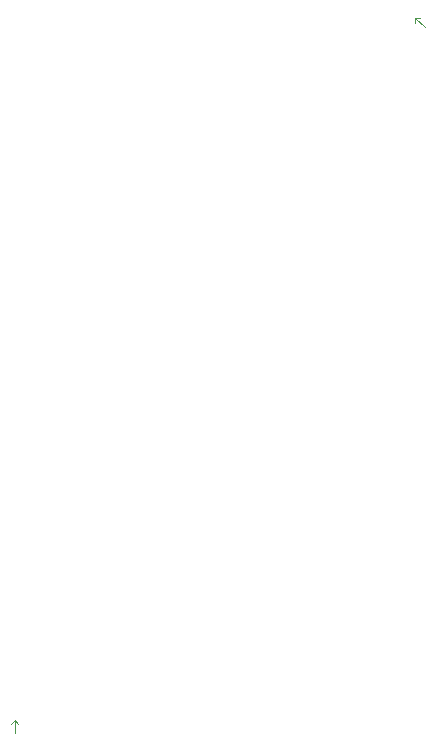
<source format=gbo>
G04 #@! TF.GenerationSoftware,KiCad,Pcbnew,5.1.5+dfsg1-2build2*
G04 #@! TF.CreationDate,2020-11-24T02:53:37+01:00*
G04 #@! TF.ProjectId,sony-scopeman,736f6e79-2d73-4636-9f70-656d616e2e6b,rev?*
G04 #@! TF.SameCoordinates,Original*
G04 #@! TF.FileFunction,Legend,Bot*
G04 #@! TF.FilePolarity,Positive*
%FSLAX46Y46*%
G04 Gerber Fmt 4.6, Leading zero omitted, Abs format (unit mm)*
G04 Created by KiCad (PCBNEW 5.1.5+dfsg1-2build2) date 2020-11-24 02:53:37*
%MOMM*%
%LPD*%
G04 APERTURE LIST*
%ADD10C,0.120000*%
G04 APERTURE END LIST*
D10*
X117000000Y-138050000D02*
X117000000Y-136950000D01*
X117000000Y-136950000D02*
X117300000Y-137250000D01*
X117000000Y-136950000D02*
X116700000Y-137250000D01*
X150929289Y-77479289D02*
X151353553Y-77479289D01*
X150929289Y-77479289D02*
X150929289Y-77903553D01*
X151707107Y-78257107D02*
X150929289Y-77479289D01*
M02*

</source>
